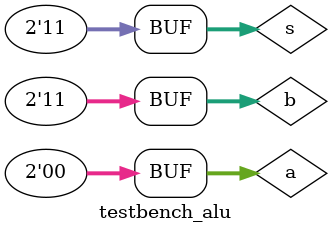
<source format=v>
module alu(a,b,s,c,carry);
input [1:0] a,b,s;
output [1:0] c,carry;
reg [1:0] c,carry;
always @* begin
case(s)

2'b00: begin
        c = a ^ b;
	carry[0] = a[0] & b[0];
        carry[1] = (a[1] | b[1]) & carry[0];
        
       $monitor("%b %b %b %b",a,b,c,carry[1]);
       end
2'b01: begin
        c <= a ^ b;
        carry[0] <= (~a[0] & b[0]);
        carry[1] <= carry[0] & (~(a[1] ^ b[1])) | (~a[1] & b[1]);
       $monitor("%b %b %b %b",a,b,c,carry[1]);
       end
2'b10: begin
        c <=  ~(a & b);
       $monitor("%b %b %b",a,b,c);
       end
2'b11: begin
        c <= ~(a | b);
       $monitor("%b %b %b",a,b,c);
       end

 endcase
 end
 endmodule
module testbench_alu;

reg [1:0] a,b,s;
wire [1:0] c,carry;
alu alu_b(.a(a),.b(b),.s(s),.c(c),.carry(carry));
initial
	begin

	a = 2'b01;
	b = 2'b10;
        s= 2'b00;
	$monitor ("%b %b %b %b %b", a, b,s,c,carry[1]);

	#5 a = 2'b00;
	b = 2'b11;
        s=2'b10;
	$monitor ("%b %b %b %b %b", a, b,s, c,carry[1]);

	#5 a = 2'b10;
	b = 2'b11;
        s=2'b01;
	$monitor ("%b %b %b %b", a, b,s,c);
       #5 a=2'b00;
         b = 2'b11;
         s=2'b11;
         $monitor ("%b %b %b%b ", a,b, s,c);



	end
endmodule

</source>
